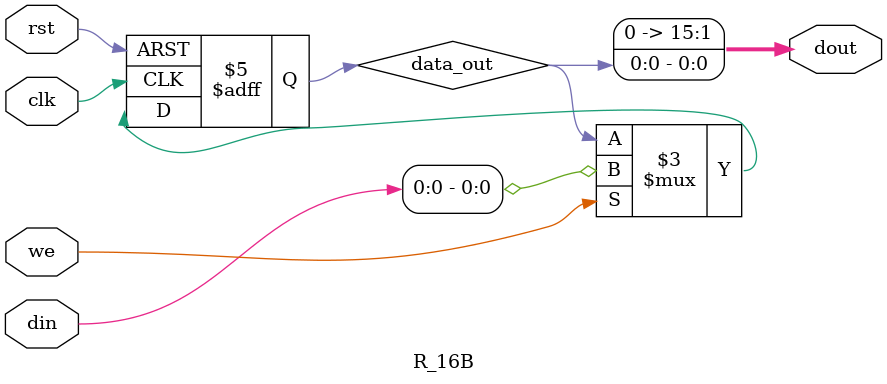
<source format=v>
`timescale 1ns / 1ps
/*
 
 Created by: Muhammad Aitesam
 
 Create Date:    21:05:08 12/09/2022 
 Design Name: 	  16-Bit Register
 Module Name:    R_16B 
 Project Name:   16-Bit Single Cycle RISC core Processor Design

 Description: 

 Dependencies: 

 Revision: 0.1V
 Additional Comments: 
	This module is a dependency of Parent module, /Register_File.v


 See Design Reference
	xst.pdf//Chapter 2//Page 57-58

*/
//////////////////////////////////////////////////////////////////////////////////
module R_16B(
    input clk,
    input rst,
	 input we,
    input [15:0] din,
    output [15:0] dout
    );
	 
	 
	 // See Design Reference: xst.pdf/Chapter "4-bit register with a positive-edge clock" Page 57
	 reg data_out;
	 always @(posedge clk or posedge rst) 
		begin
			if (rst) begin
				 data_out <= 16'h0000;
			end
			else 
				if (we == 1) begin
				 data_out <= din;
			end
	 end
		assign dout = data_out;
	 
endmodule

</source>
